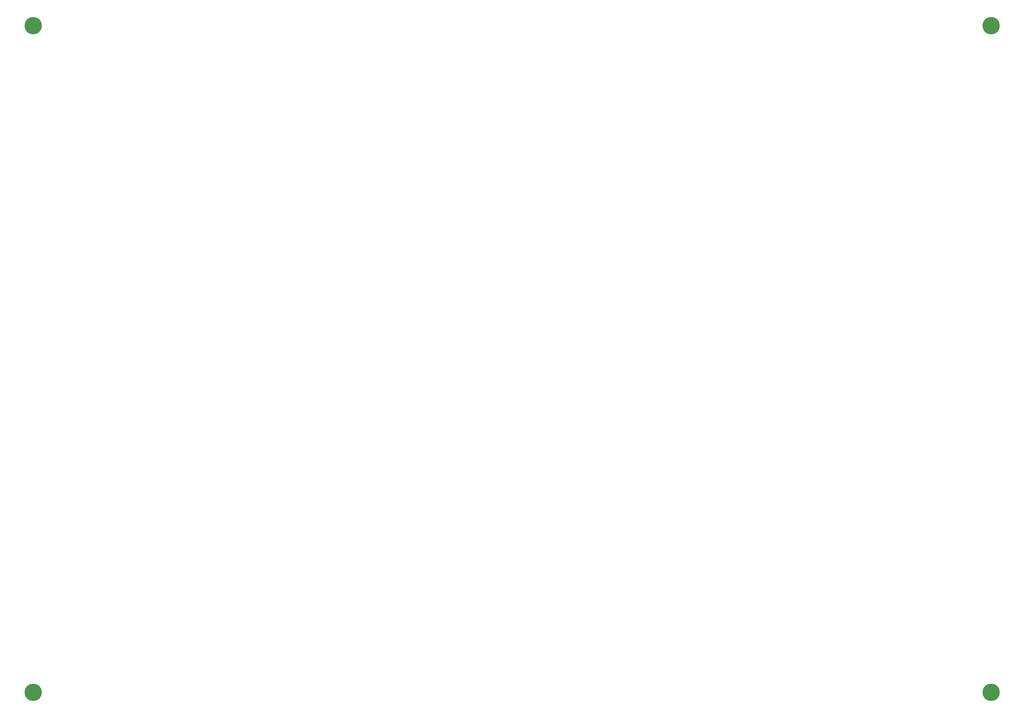
<source format=gbr>
%TF.GenerationSoftware,KiCad,Pcbnew,7.0.2*%
%TF.CreationDate,2023-08-30T10:53:37+01:00*%
%TF.ProjectId,Air quality project,41697220-7175-4616-9c69-74792070726f,rev?*%
%TF.SameCoordinates,Original*%
%TF.FileFunction,NonPlated,1,2,NPTH,Drill*%
%TF.FilePolarity,Positive*%
%FSLAX46Y46*%
G04 Gerber Fmt 4.6, Leading zero omitted, Abs format (unit mm)*
G04 Created by KiCad (PCBNEW 7.0.2) date 2023-08-30 10:53:37*
%MOMM*%
%LPD*%
G01*
G04 APERTURE LIST*
%TA.AperFunction,ComponentDrill*%
%ADD10C,4.300000*%
%TD*%
G04 APERTURE END LIST*
D10*
%TO.C,M3*%
X24790000Y-189690000D03*
%TO.C,M1*%
X24810000Y-24830000D03*
%TO.C,M2*%
X261680000Y-24830000D03*
%TO.C,M4*%
X261680000Y-189680000D03*
M02*

</source>
